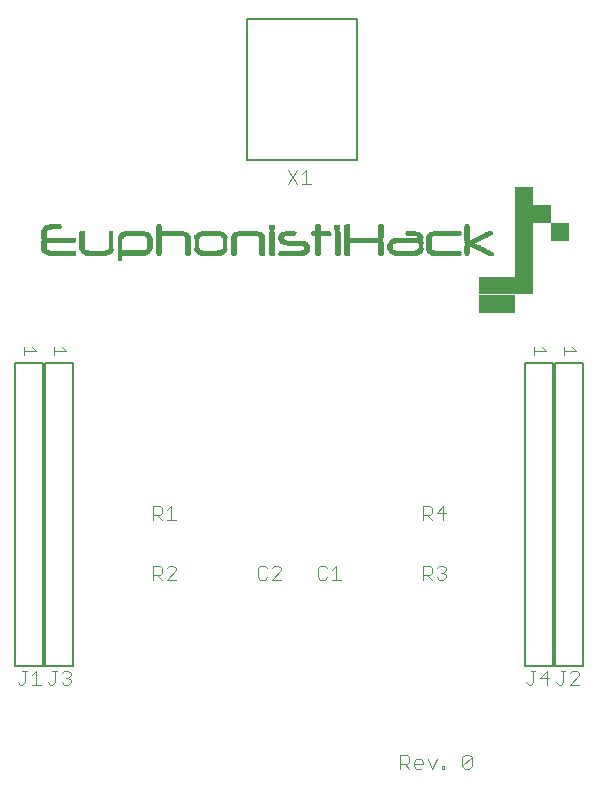
<source format=gto>
G75*
G70*
%OFA0B0*%
%FSLAX24Y24*%
%IPPOS*%
%LPD*%
%AMOC8*
5,1,8,0,0,1.08239X$1,22.5*
%
%ADD10C,0.0040*%
%ADD11R,0.0600X0.0010*%
%ADD12R,0.0580X0.0010*%
%ADD13R,0.0160X0.0010*%
%ADD14R,0.0810X0.0010*%
%ADD15R,0.0450X0.0010*%
%ADD16R,0.0090X0.0010*%
%ADD17R,0.0080X0.0010*%
%ADD18R,0.0510X0.0010*%
%ADD19R,0.0730X0.0010*%
%ADD20R,0.0100X0.0010*%
%ADD21R,0.0630X0.0010*%
%ADD22R,0.0840X0.0010*%
%ADD23R,0.0880X0.0010*%
%ADD24R,0.0850X0.0010*%
%ADD25R,0.0140X0.0010*%
%ADD26R,0.0130X0.0010*%
%ADD27R,0.0830X0.0010*%
%ADD28R,0.0760X0.0010*%
%ADD29R,0.0940X0.0010*%
%ADD30R,0.0150X0.0010*%
%ADD31R,0.0930X0.0010*%
%ADD32R,0.0720X0.0010*%
%ADD33R,0.0920X0.0010*%
%ADD34R,0.0860X0.0010*%
%ADD35R,0.0820X0.0010*%
%ADD36R,0.0990X0.0010*%
%ADD37R,0.0170X0.0010*%
%ADD38R,0.0970X0.0010*%
%ADD39R,0.0800X0.0010*%
%ADD40R,0.0960X0.0010*%
%ADD41R,0.0780X0.0010*%
%ADD42R,0.0900X0.0010*%
%ADD43R,0.1020X0.0010*%
%ADD44R,0.0220X0.0010*%
%ADD45R,0.0180X0.0010*%
%ADD46R,0.1050X0.0010*%
%ADD47R,0.0240X0.0010*%
%ADD48R,0.1040X0.0010*%
%ADD49R,0.0910X0.0010*%
%ADD50R,0.0950X0.0010*%
%ADD51R,0.1080X0.0010*%
%ADD52R,0.0260X0.0010*%
%ADD53R,0.1010X0.0010*%
%ADD54R,0.1090X0.0010*%
%ADD55R,0.0290X0.0010*%
%ADD56R,0.0980X0.0010*%
%ADD57R,0.1100X0.0010*%
%ADD58R,0.0310X0.0010*%
%ADD59R,0.1060X0.0010*%
%ADD60R,0.1070X0.0010*%
%ADD61R,0.1110X0.0010*%
%ADD62R,0.0330X0.0010*%
%ADD63R,0.1030X0.0010*%
%ADD64R,0.0340X0.0010*%
%ADD65R,0.1120X0.0010*%
%ADD66R,0.1130X0.0010*%
%ADD67R,0.0350X0.0010*%
%ADD68R,0.1140X0.0010*%
%ADD69R,0.0300X0.0010*%
%ADD70R,0.0270X0.0010*%
%ADD71R,0.0250X0.0010*%
%ADD72R,0.0200X0.0010*%
%ADD73R,0.0230X0.0010*%
%ADD74R,0.0190X0.0010*%
%ADD75R,0.0480X0.0010*%
%ADD76R,0.0460X0.0010*%
%ADD77R,0.0430X0.0010*%
%ADD78R,0.0410X0.0010*%
%ADD79R,0.0390X0.0010*%
%ADD80R,0.0360X0.0010*%
%ADD81R,0.0280X0.0010*%
%ADD82R,0.0370X0.0010*%
%ADD83R,0.0890X0.0010*%
%ADD84R,0.1300X0.0010*%
%ADD85R,0.1150X0.0010*%
%ADD86R,0.0400X0.0010*%
%ADD87R,0.0870X0.0010*%
%ADD88R,0.0420X0.0010*%
%ADD89R,0.1160X0.0010*%
%ADD90R,0.0470X0.0010*%
%ADD91R,0.0490X0.0010*%
%ADD92R,0.1000X0.0010*%
%ADD93R,0.0210X0.0010*%
%ADD94R,0.0530X0.0010*%
%ADD95R,0.0520X0.0010*%
%ADD96R,0.0550X0.0010*%
%ADD97R,0.0540X0.0010*%
%ADD98R,0.0640X0.0010*%
%ADD99R,0.0560X0.0010*%
%ADD100R,0.0650X0.0010*%
%ADD101R,0.0320X0.0010*%
%ADD102R,0.0660X0.0010*%
%ADD103R,0.0500X0.0010*%
%ADD104R,0.0790X0.0010*%
%ADD105R,0.0740X0.0010*%
%ADD106R,0.0700X0.0010*%
%ADD107R,0.0680X0.0010*%
%ADD108R,0.0620X0.0010*%
%ADD109R,0.0110X0.0010*%
%ADD110R,0.0120X0.0010*%
%ADD111R,0.0030X0.0010*%
%ADD112R,0.0040X0.0010*%
%ADD113R,0.0610X0.0010*%
%ADD114R,0.0570X0.0010*%
%ADD115R,0.0070X0.0010*%
%ADD116C,0.0080*%
%ADD117C,0.0030*%
%ADD118C,0.0050*%
D10*
X000847Y003470D02*
X000923Y003470D01*
X001000Y003547D01*
X001000Y003930D01*
X000923Y003930D02*
X001077Y003930D01*
X001230Y003777D02*
X001384Y003930D01*
X001384Y003470D01*
X001537Y003470D02*
X001230Y003470D01*
X000847Y003470D02*
X000770Y003547D01*
X001770Y003547D02*
X001847Y003470D01*
X001923Y003470D01*
X002000Y003547D01*
X002000Y003930D01*
X001923Y003930D02*
X002077Y003930D01*
X002230Y003854D02*
X002307Y003930D01*
X002461Y003930D01*
X002537Y003854D01*
X002537Y003777D01*
X002461Y003700D01*
X002537Y003623D01*
X002537Y003547D01*
X002461Y003470D01*
X002307Y003470D01*
X002230Y003547D01*
X002384Y003700D02*
X002461Y003700D01*
X005270Y006970D02*
X005270Y007430D01*
X005500Y007430D01*
X005577Y007354D01*
X005577Y007200D01*
X005500Y007123D01*
X005270Y007123D01*
X005423Y007123D02*
X005577Y006970D01*
X005730Y006970D02*
X006037Y007277D01*
X006037Y007354D01*
X005961Y007430D01*
X005807Y007430D01*
X005730Y007354D01*
X005730Y006970D02*
X006037Y006970D01*
X006037Y008970D02*
X005730Y008970D01*
X005577Y008970D02*
X005423Y009123D01*
X005500Y009123D02*
X005577Y009200D01*
X005577Y009354D01*
X005500Y009430D01*
X005270Y009430D01*
X005270Y008970D01*
X005270Y009123D02*
X005500Y009123D01*
X005730Y009277D02*
X005884Y009430D01*
X005884Y008970D01*
X008770Y007354D02*
X008770Y007047D01*
X008847Y006970D01*
X009000Y006970D01*
X009077Y007047D01*
X009230Y006970D02*
X009537Y007277D01*
X009537Y007354D01*
X009461Y007430D01*
X009307Y007430D01*
X009230Y007354D01*
X009077Y007354D02*
X009000Y007430D01*
X008847Y007430D01*
X008770Y007354D01*
X009230Y006970D02*
X009537Y006970D01*
X010770Y007047D02*
X010847Y006970D01*
X011000Y006970D01*
X011077Y007047D01*
X011230Y006970D02*
X011537Y006970D01*
X011384Y006970D02*
X011384Y007430D01*
X011230Y007277D01*
X011077Y007354D02*
X011000Y007430D01*
X010847Y007430D01*
X010770Y007354D01*
X010770Y007047D01*
X014270Y007123D02*
X014500Y007123D01*
X014577Y007200D01*
X014577Y007354D01*
X014500Y007430D01*
X014270Y007430D01*
X014270Y006970D01*
X014423Y007123D02*
X014577Y006970D01*
X014730Y007047D02*
X014807Y006970D01*
X014961Y006970D01*
X015037Y007047D01*
X015037Y007123D01*
X014961Y007200D01*
X014884Y007200D01*
X014961Y007200D02*
X015037Y007277D01*
X015037Y007354D01*
X014961Y007430D01*
X014807Y007430D01*
X014730Y007354D01*
X014577Y008970D02*
X014423Y009123D01*
X014500Y009123D02*
X014270Y009123D01*
X014270Y008970D02*
X014270Y009430D01*
X014500Y009430D01*
X014577Y009354D01*
X014577Y009200D01*
X014500Y009123D01*
X014730Y009200D02*
X015037Y009200D01*
X014961Y008970D02*
X014961Y009430D01*
X014730Y009200D01*
X017873Y003930D02*
X018027Y003930D01*
X017950Y003930D02*
X017950Y003547D01*
X017873Y003470D01*
X017797Y003470D01*
X017720Y003547D01*
X018180Y003700D02*
X018487Y003700D01*
X018411Y003470D02*
X018411Y003930D01*
X018180Y003700D01*
X018720Y003547D02*
X018797Y003470D01*
X018873Y003470D01*
X018950Y003547D01*
X018950Y003930D01*
X018873Y003930D02*
X019027Y003930D01*
X019180Y003854D02*
X019257Y003930D01*
X019411Y003930D01*
X019487Y003854D01*
X019487Y003777D01*
X019180Y003470D01*
X019487Y003470D01*
X015899Y001054D02*
X015899Y000747D01*
X015822Y000670D01*
X015668Y000670D01*
X015592Y000747D01*
X015899Y001054D01*
X015822Y001130D01*
X015668Y001130D01*
X015592Y001054D01*
X015592Y000747D01*
X014978Y000747D02*
X014978Y000670D01*
X014901Y000670D01*
X014901Y000747D01*
X014978Y000747D01*
X014748Y000977D02*
X014594Y000670D01*
X014441Y000977D01*
X014287Y000900D02*
X014287Y000823D01*
X013980Y000823D01*
X013980Y000747D02*
X013980Y000900D01*
X014057Y000977D01*
X014211Y000977D01*
X014287Y000900D01*
X014211Y000670D02*
X014057Y000670D01*
X013980Y000747D01*
X013827Y000670D02*
X013673Y000823D01*
X013750Y000823D02*
X013520Y000823D01*
X013520Y000670D02*
X013520Y001130D01*
X013750Y001130D01*
X013827Y001054D01*
X013827Y000900D01*
X013750Y000823D01*
X010537Y020170D02*
X010230Y020170D01*
X010077Y020170D02*
X009770Y020630D01*
X010077Y020630D02*
X009770Y020170D01*
X010230Y020477D02*
X010384Y020630D01*
X010384Y020170D01*
D11*
X016435Y017030D03*
X016435Y017020D03*
X016435Y017010D03*
X016435Y017000D03*
X016435Y016990D03*
X016435Y016980D03*
X016435Y016970D03*
X016435Y016960D03*
X016435Y016950D03*
X016435Y016940D03*
X016435Y016930D03*
X016435Y016920D03*
X016435Y016910D03*
X016435Y016900D03*
X016435Y016890D03*
X016435Y016880D03*
X016435Y016870D03*
X016435Y016860D03*
X016435Y016850D03*
X016435Y016840D03*
X016435Y016830D03*
X016435Y016820D03*
X016435Y016810D03*
X016435Y016800D03*
X016435Y016790D03*
X016435Y016780D03*
X016435Y016770D03*
X016435Y016760D03*
X016435Y016750D03*
X016435Y016740D03*
X016435Y016730D03*
X016435Y016720D03*
X016435Y016710D03*
X016435Y016700D03*
X016435Y016690D03*
X016435Y016680D03*
X016435Y016670D03*
X016435Y016660D03*
X016435Y016650D03*
X016435Y016640D03*
X016435Y016630D03*
X016435Y016620D03*
X016435Y016610D03*
X016435Y016600D03*
X016435Y016590D03*
X016435Y016580D03*
X016435Y016570D03*
X016435Y016560D03*
X016435Y016550D03*
X016435Y016540D03*
X016435Y016530D03*
X016435Y016520D03*
X016435Y016510D03*
X016435Y016500D03*
X016435Y016490D03*
X016435Y016480D03*
X016435Y016440D03*
X016435Y016430D03*
X016435Y016420D03*
X016435Y016410D03*
X016435Y016400D03*
X016435Y016390D03*
X016435Y016380D03*
X016435Y016370D03*
X016435Y016360D03*
X016435Y016350D03*
X016435Y016340D03*
X016435Y016330D03*
X016435Y016320D03*
X016435Y016310D03*
X016435Y016300D03*
X016435Y016290D03*
X016435Y016280D03*
X016435Y016270D03*
X016435Y016260D03*
X016435Y016250D03*
X016435Y016240D03*
X016435Y016230D03*
X016435Y016220D03*
X016435Y016210D03*
X016435Y016200D03*
X016435Y016190D03*
X016435Y016180D03*
X016435Y016170D03*
X016435Y016160D03*
X016435Y016150D03*
X016435Y016140D03*
X016435Y016130D03*
X016435Y016120D03*
X016435Y016110D03*
X016435Y016100D03*
X016435Y016090D03*
X016435Y016080D03*
X016435Y016070D03*
X016435Y016060D03*
X016435Y016050D03*
X016435Y016040D03*
X016435Y016030D03*
X016435Y016020D03*
X016435Y016010D03*
X016435Y016000D03*
X016435Y015990D03*
X016435Y015980D03*
X016435Y015970D03*
X016435Y015960D03*
X016435Y015950D03*
X016435Y015940D03*
X016435Y015930D03*
X016435Y015920D03*
X016435Y015910D03*
X016435Y015900D03*
X016435Y015890D03*
X016435Y015880D03*
X016435Y015870D03*
D12*
X017045Y015870D03*
X017045Y015880D03*
X017045Y015890D03*
X017045Y015900D03*
X017045Y015910D03*
X017045Y015920D03*
X017045Y015930D03*
X017045Y015940D03*
X017045Y015950D03*
X017045Y015960D03*
X017045Y015970D03*
X017045Y015980D03*
X017045Y015990D03*
X017045Y016000D03*
X017045Y016010D03*
X017045Y016020D03*
X017045Y016030D03*
X017045Y016040D03*
X017045Y016050D03*
X017045Y016060D03*
X017045Y016070D03*
X017045Y016080D03*
X017045Y016090D03*
X017045Y016100D03*
X017045Y016110D03*
X017045Y016120D03*
X017045Y016130D03*
X017045Y016140D03*
X017045Y016150D03*
X017045Y016160D03*
X017045Y016170D03*
X017045Y016180D03*
X017045Y016190D03*
X017045Y016200D03*
X017045Y016210D03*
X017045Y016220D03*
X017045Y016230D03*
X017045Y016240D03*
X017045Y016250D03*
X017045Y016260D03*
X017045Y016270D03*
X017045Y016280D03*
X017045Y016290D03*
X017045Y016300D03*
X017045Y016310D03*
X017045Y016320D03*
X017045Y016330D03*
X017045Y016340D03*
X017045Y016350D03*
X017045Y016360D03*
X017045Y016370D03*
X017045Y016380D03*
X017045Y016390D03*
X017045Y016400D03*
X017045Y016410D03*
X017045Y016420D03*
X017045Y016430D03*
X017045Y016440D03*
X017045Y016480D03*
X017045Y016490D03*
X017045Y016500D03*
X017045Y016510D03*
X017045Y016520D03*
X017045Y016530D03*
X017045Y016540D03*
X017045Y016550D03*
X017045Y016560D03*
X017045Y016570D03*
X017045Y016580D03*
X017045Y016590D03*
X017045Y016600D03*
X017045Y016610D03*
X017045Y016620D03*
X017045Y016630D03*
X017045Y016640D03*
X017045Y016650D03*
X017045Y016660D03*
X017045Y016670D03*
X017045Y016680D03*
X017045Y016690D03*
X017045Y016700D03*
X017045Y016710D03*
X017045Y016720D03*
X017045Y016730D03*
X017045Y016740D03*
X017045Y016750D03*
X017045Y016760D03*
X017045Y016770D03*
X017045Y016780D03*
X017045Y016790D03*
X017045Y016800D03*
X017045Y016810D03*
X017045Y016820D03*
X017045Y016830D03*
X017045Y016840D03*
X017045Y016850D03*
X017045Y016860D03*
X017045Y016870D03*
X017045Y016880D03*
X017045Y016890D03*
X017045Y016900D03*
X017045Y016910D03*
X017045Y016920D03*
X017045Y016930D03*
X017045Y016940D03*
X017045Y016950D03*
X017045Y016960D03*
X017045Y016970D03*
X017045Y016980D03*
X017045Y016990D03*
X017045Y017000D03*
X017045Y017010D03*
X017045Y017020D03*
X017045Y017030D03*
X017645Y017030D03*
X017645Y017020D03*
X017645Y017010D03*
X017645Y017000D03*
X017645Y016990D03*
X017645Y016980D03*
X017645Y016970D03*
X017645Y016960D03*
X017645Y016950D03*
X017645Y016940D03*
X017645Y016930D03*
X017645Y016920D03*
X017645Y016910D03*
X017645Y016900D03*
X017645Y016890D03*
X017645Y016880D03*
X017645Y016870D03*
X017645Y016860D03*
X017645Y016850D03*
X017645Y016840D03*
X017645Y016830D03*
X017645Y016820D03*
X017645Y016810D03*
X017645Y016800D03*
X017645Y016790D03*
X017645Y016780D03*
X017645Y016770D03*
X017645Y016760D03*
X017645Y016750D03*
X017645Y016740D03*
X017645Y016730D03*
X017645Y016720D03*
X017645Y016710D03*
X017645Y016700D03*
X017645Y016690D03*
X017645Y016680D03*
X017645Y016670D03*
X017645Y016660D03*
X017645Y016650D03*
X017645Y016640D03*
X017645Y016630D03*
X017645Y016620D03*
X017645Y016610D03*
X017645Y016600D03*
X017645Y016590D03*
X017645Y016580D03*
X017645Y016570D03*
X017645Y016560D03*
X017645Y016550D03*
X017645Y016540D03*
X017645Y016530D03*
X017645Y016520D03*
X017645Y016510D03*
X017645Y016500D03*
X017645Y016490D03*
X017645Y016480D03*
X017645Y017070D03*
X017645Y017080D03*
X017645Y017090D03*
X017645Y017100D03*
X017645Y017110D03*
X017645Y017120D03*
X017645Y017130D03*
X017645Y017140D03*
X017645Y017150D03*
X017645Y017160D03*
X017645Y017170D03*
X017645Y017180D03*
X017645Y017190D03*
X017645Y017200D03*
X017645Y017210D03*
X017645Y017220D03*
X017645Y017230D03*
X017645Y017240D03*
X017645Y017250D03*
X017645Y017260D03*
X017645Y017270D03*
X017645Y017280D03*
X017645Y017290D03*
X017645Y017300D03*
X017645Y017310D03*
X017645Y017320D03*
X017645Y017330D03*
X017645Y017340D03*
X017645Y017350D03*
X017645Y017360D03*
X017645Y017370D03*
X017645Y017380D03*
X017645Y017390D03*
X017645Y017400D03*
X017645Y017410D03*
X017645Y017420D03*
X017645Y017430D03*
X017645Y017440D03*
X017645Y017450D03*
X017645Y017460D03*
X017645Y017470D03*
X017645Y017480D03*
X017645Y017490D03*
X017645Y017500D03*
X017645Y017510D03*
X017645Y017520D03*
X017645Y017530D03*
X017645Y017540D03*
X017645Y017550D03*
X017645Y017560D03*
X017645Y017570D03*
X017645Y017580D03*
X017645Y017590D03*
X017645Y017600D03*
X017645Y017610D03*
X017645Y017620D03*
X017645Y017630D03*
X017645Y017670D03*
X017645Y017680D03*
X017645Y017690D03*
X017645Y017700D03*
X017645Y017710D03*
X017645Y017720D03*
X017645Y017730D03*
X017645Y017740D03*
X017645Y017750D03*
X017645Y017760D03*
X017645Y017770D03*
X017645Y017780D03*
X017645Y017790D03*
X017645Y017800D03*
X017645Y017810D03*
X017645Y017820D03*
X017645Y017830D03*
X017645Y017840D03*
X017645Y017850D03*
X017645Y017860D03*
X017645Y017870D03*
X017645Y017880D03*
X017645Y017890D03*
X017645Y017900D03*
X017645Y017910D03*
X017645Y017920D03*
X017645Y017930D03*
X017645Y017940D03*
X017645Y017950D03*
X017645Y017960D03*
X017645Y017970D03*
X017645Y017980D03*
X017645Y017990D03*
X017645Y018000D03*
X017645Y018010D03*
X017645Y018020D03*
X017645Y018030D03*
X017645Y018040D03*
X017645Y018050D03*
X017645Y018060D03*
X017645Y018070D03*
X017645Y018080D03*
X017645Y018090D03*
X017645Y018100D03*
X017645Y018110D03*
X017645Y018120D03*
X017645Y018130D03*
X017645Y018140D03*
X017645Y018150D03*
X017645Y018160D03*
X017645Y018170D03*
X017645Y018180D03*
X017645Y018190D03*
X017645Y018200D03*
X017645Y018210D03*
X017645Y018220D03*
X017645Y018230D03*
X017645Y018270D03*
X017645Y018280D03*
X017645Y018290D03*
X017645Y018300D03*
X017645Y018310D03*
X017645Y018320D03*
X017645Y018330D03*
X017645Y018340D03*
X017645Y018350D03*
X017645Y018360D03*
X017645Y018370D03*
X017645Y018380D03*
X017645Y018390D03*
X017645Y018400D03*
X017645Y018410D03*
X017645Y018420D03*
X017645Y018430D03*
X017645Y018440D03*
X017645Y018450D03*
X017645Y018460D03*
X017645Y018470D03*
X017645Y018480D03*
X017645Y018490D03*
X017645Y018500D03*
X017645Y018510D03*
X017645Y018520D03*
X017645Y018530D03*
X017645Y018540D03*
X017645Y018550D03*
X017645Y018560D03*
X017645Y018570D03*
X017645Y018580D03*
X017645Y018590D03*
X017645Y018600D03*
X017645Y018610D03*
X017645Y018620D03*
X017645Y018630D03*
X017645Y018640D03*
X017645Y018650D03*
X017645Y018660D03*
X017645Y018670D03*
X017645Y018680D03*
X017645Y018690D03*
X017645Y018700D03*
X017645Y018710D03*
X017645Y018720D03*
X017645Y018730D03*
X017645Y018740D03*
X017645Y018750D03*
X017645Y018760D03*
X017645Y018770D03*
X017645Y018780D03*
X017645Y018790D03*
X017645Y018800D03*
X017645Y018810D03*
X017645Y018820D03*
X017645Y018830D03*
X017645Y018870D03*
X017645Y018880D03*
X017645Y018890D03*
X017645Y018900D03*
X017645Y018910D03*
X017645Y018920D03*
X017645Y018930D03*
X017645Y018940D03*
X017645Y018950D03*
X017645Y018960D03*
X017645Y018970D03*
X017645Y018980D03*
X017645Y018990D03*
X017645Y019000D03*
X017645Y019010D03*
X017645Y019020D03*
X017645Y019030D03*
X017645Y019040D03*
X017645Y019050D03*
X017645Y019060D03*
X017645Y019070D03*
X017645Y019080D03*
X017645Y019090D03*
X017645Y019100D03*
X017645Y019110D03*
X017645Y019120D03*
X017645Y019130D03*
X017645Y019140D03*
X017645Y019150D03*
X017645Y019160D03*
X017645Y019170D03*
X017645Y019180D03*
X017645Y019190D03*
X017645Y019200D03*
X017645Y019210D03*
X017645Y019220D03*
X017645Y019230D03*
X017645Y019240D03*
X017645Y019250D03*
X017645Y019260D03*
X017645Y019270D03*
X017645Y019280D03*
X017645Y019290D03*
X017645Y019300D03*
X017645Y019310D03*
X017645Y019320D03*
X017645Y019330D03*
X017645Y019340D03*
X017645Y019350D03*
X017645Y019360D03*
X017645Y019370D03*
X017645Y019380D03*
X017645Y019390D03*
X017645Y019400D03*
X017645Y019410D03*
X017645Y019420D03*
X017645Y019450D03*
X017645Y019460D03*
X017645Y019470D03*
X017645Y019480D03*
X017645Y019490D03*
X017645Y019500D03*
X017645Y019510D03*
X017645Y019520D03*
X017645Y019530D03*
X017645Y019540D03*
X017645Y019550D03*
X017645Y019560D03*
X017645Y019570D03*
X017645Y019580D03*
X017645Y019590D03*
X017645Y019600D03*
X017645Y019610D03*
X017645Y019620D03*
X017645Y019630D03*
X017645Y019640D03*
X017645Y019650D03*
X017645Y019660D03*
X017645Y019670D03*
X017645Y019680D03*
X017645Y019690D03*
X017645Y019700D03*
X017645Y019710D03*
X017645Y019720D03*
X017645Y019730D03*
X017645Y019740D03*
X017645Y019750D03*
X017645Y019760D03*
X017645Y019770D03*
X017645Y019780D03*
X017645Y019790D03*
X017645Y019800D03*
X017645Y019810D03*
X017645Y019820D03*
X017645Y019830D03*
X017645Y019840D03*
X017645Y019850D03*
X017645Y019860D03*
X017645Y019870D03*
X017645Y019880D03*
X017645Y019890D03*
X017645Y019900D03*
X017645Y019910D03*
X017645Y019920D03*
X017645Y019930D03*
X017645Y019940D03*
X017645Y019950D03*
X017645Y019960D03*
X017645Y019970D03*
X017645Y019980D03*
X017645Y019990D03*
X017645Y020000D03*
X017645Y020010D03*
X017645Y020020D03*
X018245Y019420D03*
X018245Y019410D03*
X018245Y019400D03*
X018245Y019390D03*
X018245Y019380D03*
X018245Y019370D03*
X018245Y019360D03*
X018245Y019350D03*
X018245Y019340D03*
X018245Y019330D03*
X018245Y019320D03*
X018245Y019310D03*
X018245Y019300D03*
X018245Y019290D03*
X018245Y019280D03*
X018245Y019270D03*
X018245Y019260D03*
X018245Y019250D03*
X018245Y019240D03*
X018245Y019230D03*
X018245Y019220D03*
X018245Y019210D03*
X018245Y019200D03*
X018245Y019190D03*
X018245Y019180D03*
X018245Y019170D03*
X018245Y019160D03*
X018245Y019150D03*
X018245Y019140D03*
X018245Y019130D03*
X018245Y019120D03*
X018245Y019110D03*
X018245Y019100D03*
X018245Y019090D03*
X018245Y019080D03*
X018245Y019070D03*
X018245Y019060D03*
X018245Y019050D03*
X018245Y019040D03*
X018245Y019030D03*
X018245Y019020D03*
X018245Y019010D03*
X018245Y019000D03*
X018245Y018990D03*
X018245Y018980D03*
X018245Y018970D03*
X018245Y018960D03*
X018245Y018950D03*
X018245Y018940D03*
X018245Y018930D03*
X018245Y018920D03*
X018245Y018910D03*
X018245Y018900D03*
X018245Y018890D03*
X018245Y018880D03*
X018245Y018870D03*
X018835Y018830D03*
X018835Y018820D03*
X018835Y018810D03*
X018835Y018800D03*
X018835Y018790D03*
X018835Y018780D03*
X018835Y018770D03*
X018835Y018760D03*
X018835Y018750D03*
X018835Y018740D03*
X018835Y018730D03*
X018835Y018720D03*
X018835Y018710D03*
X018835Y018700D03*
X018835Y018690D03*
X018835Y018680D03*
X018835Y018670D03*
X018835Y018660D03*
X018835Y018650D03*
X018835Y018640D03*
X018835Y018630D03*
X018835Y018620D03*
X018835Y018610D03*
X018835Y018600D03*
X018835Y018590D03*
X018835Y018580D03*
X018835Y018570D03*
X018835Y018560D03*
X018835Y018550D03*
X018835Y018540D03*
X018835Y018530D03*
X018835Y018520D03*
X018835Y018510D03*
X018835Y018500D03*
X018835Y018490D03*
X018835Y018480D03*
X018835Y018470D03*
X018835Y018460D03*
X018835Y018450D03*
X018835Y018440D03*
X018835Y018430D03*
X018835Y018420D03*
X018835Y018410D03*
X018835Y018400D03*
X018835Y018390D03*
X018835Y018380D03*
X018835Y018370D03*
X018835Y018360D03*
X018835Y018350D03*
X018835Y018340D03*
X018835Y018330D03*
X018835Y018320D03*
X018835Y018310D03*
X018835Y018300D03*
X018835Y018290D03*
X018835Y018280D03*
X018835Y018270D03*
X010895Y018420D03*
X010895Y018570D03*
X001945Y018710D03*
D13*
X003895Y018530D03*
X003895Y018520D03*
X003895Y018510D03*
X003895Y018500D03*
X003895Y018490D03*
X003895Y018480D03*
X003895Y018470D03*
X003895Y018460D03*
X003895Y018450D03*
X003895Y018440D03*
X003895Y018430D03*
X003895Y018420D03*
X003895Y018410D03*
X003895Y018400D03*
X003895Y018390D03*
X003895Y018380D03*
X003895Y018370D03*
X003895Y018360D03*
X003895Y018350D03*
X003895Y018340D03*
X003895Y018330D03*
X003895Y018320D03*
X003895Y018310D03*
X003895Y018300D03*
X003895Y018290D03*
X003895Y018280D03*
X003895Y018270D03*
X003895Y018260D03*
X003895Y018250D03*
X003895Y018240D03*
X003895Y018230D03*
X003895Y018220D03*
X003895Y018210D03*
X003895Y018200D03*
X003895Y018190D03*
X003895Y018180D03*
X003895Y018170D03*
X003895Y018160D03*
X003895Y018150D03*
X003895Y018140D03*
X003895Y018130D03*
X003895Y018120D03*
X003895Y018110D03*
X003895Y018100D03*
X003895Y018090D03*
X003895Y018080D03*
X003895Y018070D03*
X003895Y018060D03*
X003895Y018050D03*
X003895Y018040D03*
X003895Y018030D03*
X003895Y018020D03*
X003895Y018010D03*
X003895Y018000D03*
X003895Y017990D03*
X003895Y017980D03*
X004195Y017980D03*
X004195Y017990D03*
X004195Y018000D03*
X004195Y018010D03*
X004195Y018020D03*
X004195Y018030D03*
X004195Y018040D03*
X004195Y018050D03*
X004195Y018060D03*
X004195Y018070D03*
X004195Y018080D03*
X004195Y018090D03*
X004195Y018100D03*
X004195Y018110D03*
X004195Y018120D03*
X004195Y018130D03*
X004195Y018140D03*
X004195Y018150D03*
X004195Y018160D03*
X004195Y018170D03*
X004195Y018180D03*
X004195Y018190D03*
X004195Y018200D03*
X004195Y018210D03*
X004195Y018220D03*
X004195Y018230D03*
X004195Y018240D03*
X004195Y018250D03*
X004195Y018260D03*
X004195Y018270D03*
X004195Y018280D03*
X004195Y018290D03*
X004195Y018300D03*
X004195Y018310D03*
X004195Y018320D03*
X004195Y018330D03*
X004195Y017970D03*
X004195Y017960D03*
X004195Y017950D03*
X004195Y017940D03*
X004195Y017930D03*
X004195Y017920D03*
X004195Y017750D03*
X004195Y017740D03*
X004195Y017730D03*
X004195Y017720D03*
X004195Y017710D03*
X004195Y017700D03*
X004195Y017690D03*
X004195Y017680D03*
X004195Y017670D03*
X004195Y017660D03*
X004195Y017650D03*
X004195Y017640D03*
X004195Y017630D03*
X004195Y017620D03*
X004195Y017610D03*
X004195Y017600D03*
X004195Y017590D03*
X004195Y017580D03*
X005155Y017980D03*
X005155Y018350D03*
X005155Y018360D03*
X005485Y018750D03*
X005485Y018760D03*
X005485Y018770D03*
X005485Y017800D03*
X005485Y017790D03*
X005485Y017780D03*
X005485Y017770D03*
X006445Y017770D03*
X006445Y017780D03*
X006445Y017790D03*
X006735Y018000D03*
X006735Y018010D03*
X006735Y018020D03*
X006735Y018030D03*
X006735Y018040D03*
X006735Y018050D03*
X006735Y018060D03*
X006735Y018070D03*
X006735Y018080D03*
X006735Y018090D03*
X006735Y018100D03*
X006735Y018110D03*
X006735Y018120D03*
X006735Y018130D03*
X006735Y018140D03*
X006735Y018150D03*
X006735Y018160D03*
X006735Y018170D03*
X006735Y018180D03*
X006735Y018190D03*
X006735Y018200D03*
X006735Y018210D03*
X006735Y018220D03*
X006735Y018230D03*
X006735Y018240D03*
X006735Y018250D03*
X006735Y018260D03*
X006735Y018270D03*
X006735Y018280D03*
X006735Y018290D03*
X006735Y018300D03*
X007675Y018300D03*
X007675Y018310D03*
X007675Y018320D03*
X007675Y018330D03*
X007675Y018340D03*
X007675Y018350D03*
X007675Y018290D03*
X007675Y018280D03*
X007675Y018270D03*
X007675Y018260D03*
X007675Y018250D03*
X007675Y018240D03*
X007675Y018230D03*
X007675Y018220D03*
X007675Y018210D03*
X007675Y018200D03*
X007675Y018190D03*
X007675Y018180D03*
X007675Y018170D03*
X007675Y018160D03*
X007675Y018150D03*
X007675Y018140D03*
X007675Y018130D03*
X007675Y018120D03*
X007675Y018110D03*
X007675Y018100D03*
X007675Y018090D03*
X007675Y018080D03*
X007675Y018070D03*
X007675Y018060D03*
X007675Y018050D03*
X007675Y018040D03*
X007675Y018030D03*
X007675Y018020D03*
X007675Y018010D03*
X007675Y018000D03*
X007675Y017990D03*
X007675Y017980D03*
X009265Y017790D03*
X009265Y018540D03*
X009255Y018610D03*
X009255Y018620D03*
X010785Y018760D03*
X011425Y018620D03*
X011425Y018610D03*
X011435Y018540D03*
X011765Y018760D03*
X011765Y017790D03*
X011435Y017790D03*
X010785Y017790D03*
X010785Y017780D03*
X010785Y017770D03*
X012875Y017770D03*
X012875Y017780D03*
X012875Y017790D03*
X012875Y018760D03*
X012875Y018770D03*
X014205Y018140D03*
X014205Y018130D03*
X014205Y018120D03*
X014205Y018110D03*
X014205Y018100D03*
X014205Y018090D03*
X014205Y018080D03*
X014205Y018070D03*
X014205Y018060D03*
X014205Y018050D03*
X014205Y018040D03*
X014205Y018030D03*
X014205Y018020D03*
X014205Y018010D03*
X015755Y017800D03*
X015755Y017790D03*
X015755Y017780D03*
X015755Y017770D03*
X015755Y018750D03*
X015755Y018760D03*
X015755Y018770D03*
D14*
X010080Y018110D03*
X002280Y017750D03*
D15*
X003380Y017750D03*
X013930Y018520D03*
X015900Y018220D03*
D16*
X016540Y017750D03*
X011770Y017750D03*
X011770Y018790D03*
X011770Y018800D03*
X008930Y017750D03*
X005490Y017750D03*
X005490Y018790D03*
X005490Y018800D03*
D17*
X006445Y017750D03*
X007995Y017750D03*
X009265Y017750D03*
X010775Y018790D03*
X010775Y018800D03*
X011435Y017750D03*
X012885Y017750D03*
X012885Y018790D03*
X012885Y018800D03*
X015755Y018800D03*
X015755Y018790D03*
X015755Y017750D03*
D18*
X015930Y018070D03*
X015930Y018080D03*
X013960Y018480D03*
X009800Y018510D03*
X007220Y018570D03*
X007220Y017750D03*
D19*
X009880Y017750D03*
X010120Y018100D03*
D20*
X010795Y017750D03*
D21*
X010900Y018430D03*
X010900Y018440D03*
X013710Y017750D03*
X007220Y017760D03*
X003390Y017760D03*
D22*
X007215Y018520D03*
X008455Y018530D03*
X009905Y018230D03*
X015105Y017750D03*
D23*
X010015Y018150D03*
X008455Y018520D03*
X007215Y017810D03*
X002255Y017760D03*
D24*
X003400Y017800D03*
X004540Y017760D03*
X004670Y018530D03*
X007210Y017800D03*
X010060Y018120D03*
D25*
X009265Y017760D03*
X008925Y017770D03*
X008925Y017780D03*
X007985Y017780D03*
X007985Y017770D03*
X006445Y017760D03*
X005485Y017760D03*
X005485Y018780D03*
X003895Y018560D03*
X003895Y018550D03*
X002925Y018550D03*
X002925Y018560D03*
X011435Y017760D03*
X011765Y018780D03*
X012875Y018780D03*
X012875Y017760D03*
X015755Y017760D03*
X015755Y018780D03*
D26*
X016520Y018560D03*
X016520Y018550D03*
X011770Y017760D03*
X010790Y017760D03*
X011420Y018760D03*
X009250Y018760D03*
X008930Y017760D03*
X007990Y017760D03*
D27*
X009900Y017760D03*
X005810Y018570D03*
D28*
X008455Y018540D03*
X013715Y017760D03*
D29*
X013715Y017800D03*
X015075Y017760D03*
X015075Y018550D03*
X015075Y018560D03*
X008455Y018510D03*
X004675Y018510D03*
D30*
X003890Y018540D03*
X002930Y018540D03*
X009260Y018550D03*
X009260Y018560D03*
X009260Y017780D03*
X009260Y017770D03*
X010780Y018770D03*
X011430Y018560D03*
X011430Y018550D03*
X011760Y018770D03*
X011760Y017780D03*
X011760Y017770D03*
X011430Y017770D03*
X011430Y017780D03*
X016540Y017760D03*
D31*
X002240Y017770D03*
X002240Y017780D03*
D32*
X003395Y017780D03*
X003395Y017770D03*
X007215Y017770D03*
X007215Y017780D03*
D33*
X007215Y017820D03*
X004575Y017780D03*
X004575Y017770D03*
X009935Y017800D03*
D34*
X009915Y017780D03*
X009915Y017770D03*
X010035Y018130D03*
X010035Y018140D03*
X015095Y018570D03*
D35*
X013715Y017780D03*
X013715Y017770D03*
D36*
X013710Y017810D03*
X015060Y017780D03*
X015060Y017770D03*
X015060Y018540D03*
X009990Y017880D03*
X007220Y018470D03*
X004610Y017800D03*
D37*
X005480Y017810D03*
X005480Y017820D03*
X005480Y017830D03*
X005480Y017840D03*
X005480Y017850D03*
X005480Y017860D03*
X005480Y017870D03*
X005480Y017880D03*
X005480Y017890D03*
X005480Y017900D03*
X005480Y017910D03*
X005480Y017920D03*
X005480Y017930D03*
X005480Y017940D03*
X005480Y017950D03*
X005480Y017960D03*
X005480Y017970D03*
X005480Y017980D03*
X005480Y017990D03*
X005480Y018000D03*
X005480Y018010D03*
X005480Y018020D03*
X005480Y018030D03*
X005480Y018040D03*
X005480Y018050D03*
X005480Y018060D03*
X005480Y018070D03*
X005480Y018080D03*
X005480Y018090D03*
X005480Y018100D03*
X005480Y018110D03*
X005480Y018120D03*
X005480Y018130D03*
X005480Y018140D03*
X005480Y018150D03*
X005480Y018160D03*
X005480Y018170D03*
X005480Y018180D03*
X005480Y018190D03*
X005480Y018200D03*
X005480Y018210D03*
X005480Y018220D03*
X005480Y018230D03*
X005480Y018240D03*
X005480Y018250D03*
X005480Y018260D03*
X005480Y018270D03*
X005480Y018280D03*
X005480Y018290D03*
X005480Y018300D03*
X005480Y018310D03*
X005480Y018320D03*
X005480Y018330D03*
X005480Y018340D03*
X005480Y018350D03*
X005480Y018360D03*
X005480Y018370D03*
X005480Y018380D03*
X005480Y018390D03*
X005480Y018400D03*
X005480Y018410D03*
X005480Y018580D03*
X005480Y018590D03*
X005480Y018600D03*
X005480Y018610D03*
X005480Y018620D03*
X005480Y018630D03*
X005480Y018640D03*
X005480Y018650D03*
X005480Y018660D03*
X005480Y018670D03*
X005480Y018680D03*
X005480Y018690D03*
X005480Y018700D03*
X005480Y018710D03*
X005480Y018720D03*
X005480Y018730D03*
X005480Y018740D03*
X006440Y018350D03*
X006450Y018330D03*
X006450Y018320D03*
X006450Y018310D03*
X006450Y018300D03*
X006450Y018290D03*
X006450Y018280D03*
X006450Y018270D03*
X006450Y018260D03*
X006450Y018250D03*
X006450Y018240D03*
X006450Y018230D03*
X006450Y018220D03*
X006450Y018210D03*
X006450Y018200D03*
X006450Y018190D03*
X006450Y018180D03*
X006450Y018170D03*
X006450Y018160D03*
X006450Y018150D03*
X006450Y018140D03*
X006450Y018130D03*
X006450Y018120D03*
X006450Y018110D03*
X006450Y018100D03*
X006450Y018090D03*
X006450Y018080D03*
X006450Y018070D03*
X006450Y018060D03*
X006450Y018050D03*
X006450Y018040D03*
X006450Y018030D03*
X006450Y018020D03*
X006450Y018010D03*
X006450Y018000D03*
X006450Y017990D03*
X006450Y017980D03*
X006450Y017970D03*
X006450Y017960D03*
X006450Y017950D03*
X006450Y017940D03*
X006450Y017930D03*
X006450Y017920D03*
X006450Y017910D03*
X006450Y017900D03*
X006450Y017890D03*
X006450Y017880D03*
X006450Y017870D03*
X006450Y017860D03*
X006450Y017850D03*
X006450Y017840D03*
X006450Y017830D03*
X006450Y017820D03*
X006450Y017810D03*
X006450Y017800D03*
X006740Y017970D03*
X006740Y017980D03*
X006740Y017990D03*
X006740Y018310D03*
X006740Y018320D03*
X006740Y018330D03*
X006740Y018340D03*
X007990Y018340D03*
X007990Y018330D03*
X007990Y018320D03*
X007990Y018310D03*
X007990Y018300D03*
X007990Y018290D03*
X007990Y018280D03*
X007990Y018270D03*
X007990Y018260D03*
X007990Y018250D03*
X007990Y018240D03*
X007990Y018230D03*
X007990Y018220D03*
X007990Y018210D03*
X007990Y018200D03*
X007990Y018190D03*
X007990Y018180D03*
X007990Y018170D03*
X007990Y018160D03*
X007990Y018150D03*
X007990Y018140D03*
X007990Y018130D03*
X007990Y018120D03*
X007990Y018110D03*
X007990Y018100D03*
X007990Y018090D03*
X007990Y018080D03*
X007990Y018070D03*
X007990Y018060D03*
X007990Y018050D03*
X007990Y018040D03*
X007990Y018030D03*
X007990Y018020D03*
X007990Y018010D03*
X007990Y018000D03*
X007990Y017990D03*
X007990Y017980D03*
X007990Y017970D03*
X007990Y017960D03*
X007990Y017950D03*
X007990Y017940D03*
X007990Y017930D03*
X007990Y017920D03*
X007990Y017910D03*
X007990Y017900D03*
X007990Y017890D03*
X007990Y017880D03*
X007990Y017870D03*
X007990Y017860D03*
X007990Y017850D03*
X007990Y017840D03*
X007990Y017830D03*
X007990Y017820D03*
X007990Y017810D03*
X007990Y017800D03*
X007990Y017790D03*
X007990Y018350D03*
X007990Y018360D03*
X008920Y018360D03*
X008920Y018350D03*
X008920Y018340D03*
X008920Y018330D03*
X008920Y018320D03*
X008920Y018310D03*
X008920Y018300D03*
X008920Y018290D03*
X008920Y018280D03*
X008920Y018270D03*
X008920Y018260D03*
X008920Y018250D03*
X008920Y018240D03*
X008920Y018230D03*
X008920Y018220D03*
X008920Y018210D03*
X008920Y018200D03*
X008920Y018190D03*
X008920Y018180D03*
X008920Y018170D03*
X008920Y018160D03*
X008920Y018150D03*
X008920Y018140D03*
X008920Y018130D03*
X008920Y018120D03*
X008920Y018110D03*
X008920Y018100D03*
X008920Y018090D03*
X008920Y018080D03*
X008920Y018070D03*
X008920Y018060D03*
X008920Y018050D03*
X008920Y018040D03*
X008920Y018030D03*
X008920Y018020D03*
X008920Y018010D03*
X008920Y018000D03*
X008920Y017990D03*
X008920Y017980D03*
X008920Y017970D03*
X008920Y017960D03*
X008920Y017950D03*
X008920Y017940D03*
X008920Y017930D03*
X008920Y017920D03*
X008920Y017910D03*
X008920Y017900D03*
X008920Y017890D03*
X008920Y017880D03*
X008920Y017870D03*
X008920Y017860D03*
X008920Y017850D03*
X008920Y017840D03*
X008920Y017830D03*
X008920Y017820D03*
X008920Y017810D03*
X008920Y017800D03*
X008920Y017790D03*
X009260Y017800D03*
X009260Y017810D03*
X009260Y017820D03*
X009260Y017830D03*
X009260Y017840D03*
X009260Y017850D03*
X009260Y017860D03*
X009260Y017870D03*
X009260Y017880D03*
X009260Y017890D03*
X009260Y017900D03*
X009260Y017910D03*
X009260Y017920D03*
X009260Y017930D03*
X009260Y017940D03*
X009260Y017950D03*
X009260Y017960D03*
X009260Y017970D03*
X009260Y017980D03*
X009260Y017990D03*
X009260Y018000D03*
X009260Y018010D03*
X009260Y018020D03*
X009260Y018030D03*
X009260Y018040D03*
X009260Y018050D03*
X009260Y018060D03*
X009260Y018070D03*
X009260Y018080D03*
X009260Y018090D03*
X009260Y018100D03*
X009260Y018110D03*
X009260Y018120D03*
X009260Y018130D03*
X009260Y018140D03*
X009260Y018150D03*
X009260Y018160D03*
X009260Y018170D03*
X009260Y018180D03*
X009260Y018190D03*
X009260Y018200D03*
X009260Y018210D03*
X009260Y018220D03*
X009260Y018230D03*
X009260Y018240D03*
X009260Y018250D03*
X009260Y018260D03*
X009260Y018270D03*
X009260Y018280D03*
X009260Y018290D03*
X009260Y018300D03*
X009260Y018310D03*
X009260Y018320D03*
X009260Y018330D03*
X009260Y018340D03*
X009260Y018350D03*
X009260Y018360D03*
X009260Y018370D03*
X009260Y018380D03*
X009260Y018390D03*
X009260Y018400D03*
X009260Y018410D03*
X009260Y018420D03*
X009260Y018430D03*
X009260Y018440D03*
X009260Y018450D03*
X009260Y018460D03*
X009260Y018470D03*
X009260Y018480D03*
X009260Y018490D03*
X009260Y018500D03*
X009260Y018510D03*
X009260Y018520D03*
X009260Y018530D03*
X009250Y018750D03*
X009560Y018390D03*
X009560Y018380D03*
X009560Y018370D03*
X009560Y018360D03*
X009560Y018350D03*
X009560Y018340D03*
X009560Y018330D03*
X009560Y018320D03*
X009560Y018310D03*
X009560Y018300D03*
X010410Y018040D03*
X010410Y018030D03*
X010410Y018020D03*
X010410Y018010D03*
X010410Y018000D03*
X010410Y017990D03*
X010410Y017980D03*
X010410Y017970D03*
X010780Y017970D03*
X010780Y017980D03*
X010780Y017990D03*
X010780Y018000D03*
X010780Y018010D03*
X010780Y018020D03*
X010780Y018030D03*
X010780Y018040D03*
X010780Y018050D03*
X010780Y018060D03*
X010780Y018070D03*
X010780Y018080D03*
X010780Y018090D03*
X010780Y018100D03*
X010780Y018110D03*
X010780Y018120D03*
X010780Y018130D03*
X010780Y018140D03*
X010780Y018150D03*
X010780Y018160D03*
X010780Y018170D03*
X010780Y018180D03*
X010780Y018190D03*
X010780Y018200D03*
X010780Y018210D03*
X010780Y018220D03*
X010780Y018230D03*
X010780Y018240D03*
X010780Y018250D03*
X010780Y018260D03*
X010780Y018270D03*
X010780Y018280D03*
X010780Y018290D03*
X010780Y018300D03*
X010780Y018310D03*
X010780Y018320D03*
X010780Y018330D03*
X010780Y018340D03*
X010780Y018350D03*
X010780Y018360D03*
X010780Y018370D03*
X010780Y018380D03*
X010780Y018390D03*
X010780Y018400D03*
X010780Y018410D03*
X010780Y018580D03*
X010780Y018590D03*
X010780Y018600D03*
X010780Y018610D03*
X010780Y018620D03*
X010780Y018630D03*
X010780Y018640D03*
X010780Y018650D03*
X010780Y018660D03*
X010780Y018670D03*
X010780Y018680D03*
X010780Y018690D03*
X010780Y018700D03*
X010780Y018710D03*
X010780Y018720D03*
X010780Y018730D03*
X010780Y018740D03*
X010780Y018750D03*
X011420Y018750D03*
X011430Y018530D03*
X011430Y018520D03*
X011430Y018510D03*
X011430Y018500D03*
X011430Y018490D03*
X011430Y018480D03*
X011430Y018470D03*
X011430Y018460D03*
X011430Y018450D03*
X011430Y018440D03*
X011430Y018430D03*
X011430Y018420D03*
X011430Y018410D03*
X011430Y018400D03*
X011430Y018390D03*
X011430Y018380D03*
X011430Y018370D03*
X011430Y018360D03*
X011430Y018350D03*
X011430Y018340D03*
X011430Y018330D03*
X011430Y018320D03*
X011430Y018310D03*
X011430Y018300D03*
X011430Y018290D03*
X011430Y018280D03*
X011430Y018270D03*
X011430Y018260D03*
X011430Y018250D03*
X011430Y018240D03*
X011430Y018230D03*
X011430Y018220D03*
X011430Y018210D03*
X011430Y018200D03*
X011430Y018190D03*
X011430Y018180D03*
X011430Y018170D03*
X011430Y018160D03*
X011430Y018150D03*
X011430Y018140D03*
X011430Y018130D03*
X011430Y018120D03*
X011430Y018110D03*
X011430Y018100D03*
X011430Y018090D03*
X011430Y018080D03*
X011430Y018070D03*
X011430Y018060D03*
X011430Y018050D03*
X011430Y018040D03*
X011430Y018030D03*
X011430Y018020D03*
X011430Y018010D03*
X011430Y018000D03*
X011430Y017990D03*
X011430Y017980D03*
X011430Y017970D03*
X011430Y017960D03*
X011430Y017950D03*
X011430Y017940D03*
X011430Y017930D03*
X011430Y017920D03*
X011430Y017910D03*
X011430Y017900D03*
X011430Y017890D03*
X011430Y017880D03*
X011430Y017870D03*
X011430Y017860D03*
X011430Y017850D03*
X011430Y017840D03*
X011430Y017830D03*
X011430Y017820D03*
X011430Y017810D03*
X011430Y017800D03*
X010780Y017800D03*
X010780Y017810D03*
X010780Y017820D03*
X010780Y017830D03*
X010780Y017840D03*
X010780Y017850D03*
X010780Y017860D03*
X010780Y017870D03*
X010780Y017880D03*
X010780Y017890D03*
X010780Y017900D03*
X010780Y017910D03*
X010780Y017920D03*
X010780Y017930D03*
X010780Y017940D03*
X010780Y017950D03*
X010780Y017960D03*
X013190Y017970D03*
X013190Y017980D03*
X013190Y017990D03*
X013190Y018000D03*
X013190Y018010D03*
X013190Y018020D03*
X013190Y018030D03*
X013190Y018040D03*
X013190Y018050D03*
X013190Y018060D03*
X013190Y018070D03*
X013190Y018080D03*
X013190Y018090D03*
X013190Y018100D03*
X013190Y018110D03*
X013190Y018120D03*
X014200Y018150D03*
X014200Y018160D03*
X014200Y018170D03*
X014200Y018180D03*
X014200Y018350D03*
X014200Y018360D03*
X014480Y018340D03*
X014480Y018330D03*
X014480Y018320D03*
X014480Y018310D03*
X014480Y018300D03*
X014480Y018290D03*
X014480Y018280D03*
X014480Y018270D03*
X014480Y018260D03*
X014480Y018250D03*
X014480Y018240D03*
X014480Y018230D03*
X014480Y018220D03*
X014480Y018210D03*
X014480Y018200D03*
X014480Y018190D03*
X014480Y018180D03*
X014480Y018170D03*
X014480Y018160D03*
X014480Y018150D03*
X014480Y018140D03*
X014480Y018130D03*
X014480Y018120D03*
X014480Y018110D03*
X014480Y018100D03*
X014480Y018090D03*
X014480Y018080D03*
X014480Y018070D03*
X014480Y018060D03*
X014480Y018050D03*
X014480Y018040D03*
X014480Y018030D03*
X014480Y018020D03*
X014480Y018010D03*
X014480Y018000D03*
X014480Y017990D03*
X014490Y017970D03*
X014200Y017970D03*
X014200Y017980D03*
X014200Y017990D03*
X014200Y018000D03*
X014490Y018350D03*
X014490Y018360D03*
X015760Y018360D03*
X015760Y018370D03*
X015760Y018380D03*
X015760Y018390D03*
X015760Y018400D03*
X015760Y018410D03*
X015760Y018420D03*
X015760Y018430D03*
X015760Y018440D03*
X015760Y018450D03*
X015760Y018460D03*
X015760Y018470D03*
X015760Y018480D03*
X015760Y018490D03*
X015760Y018500D03*
X015760Y018510D03*
X015760Y018520D03*
X015760Y018530D03*
X015760Y018540D03*
X015760Y018550D03*
X015760Y018560D03*
X015760Y018570D03*
X015760Y018580D03*
X015760Y018590D03*
X015760Y018600D03*
X015760Y018610D03*
X015760Y018620D03*
X015760Y018630D03*
X015760Y018640D03*
X015760Y018650D03*
X015760Y018660D03*
X015760Y018670D03*
X015760Y018680D03*
X015760Y018690D03*
X015760Y018700D03*
X015760Y018710D03*
X015760Y018720D03*
X015760Y018730D03*
X015760Y018740D03*
X015760Y018350D03*
X015760Y018340D03*
X015760Y018330D03*
X015760Y018320D03*
X015760Y018310D03*
X015760Y018300D03*
X015760Y018290D03*
X015760Y018280D03*
X015760Y018270D03*
X015760Y018260D03*
X015760Y018250D03*
X015760Y018060D03*
X015760Y018050D03*
X015760Y018040D03*
X015760Y018030D03*
X015760Y018020D03*
X015760Y018010D03*
X015760Y018000D03*
X015760Y017990D03*
X015760Y017980D03*
X015760Y017970D03*
X015760Y017960D03*
X015760Y017950D03*
X015760Y017940D03*
X015760Y017930D03*
X015760Y017920D03*
X015760Y017910D03*
X015760Y017900D03*
X015760Y017890D03*
X015760Y017880D03*
X015760Y017870D03*
X015760Y017860D03*
X015760Y017850D03*
X015760Y017840D03*
X015760Y017830D03*
X015760Y017820D03*
X015760Y017810D03*
X016530Y017780D03*
X016530Y017770D03*
X016520Y018540D03*
X002920Y018530D03*
X002920Y018520D03*
X002920Y018510D03*
X002920Y018500D03*
X002920Y018490D03*
X002920Y018480D03*
X002920Y018470D03*
X002920Y018460D03*
X002920Y018450D03*
X002920Y018440D03*
X002920Y018430D03*
X002920Y018420D03*
X002920Y018410D03*
X002920Y018400D03*
X002920Y018390D03*
X002920Y018380D03*
X002920Y018370D03*
X002920Y018360D03*
X002920Y018350D03*
X002920Y018340D03*
X002920Y018330D03*
X002920Y018320D03*
X002920Y018310D03*
X002920Y018300D03*
X002920Y018290D03*
X002920Y018280D03*
X002920Y018270D03*
X002920Y018260D03*
X002920Y018250D03*
X002920Y018240D03*
X002920Y018230D03*
X002920Y018220D03*
X002920Y018210D03*
X002920Y018200D03*
X002920Y018190D03*
X002920Y018180D03*
X002920Y018170D03*
X002920Y018160D03*
X002920Y018150D03*
X002920Y018140D03*
X002920Y018130D03*
X002920Y018120D03*
X002920Y018110D03*
X002920Y018100D03*
X002920Y018090D03*
X002920Y018080D03*
X002920Y018070D03*
X002920Y018060D03*
X002920Y018050D03*
X002920Y018040D03*
X002920Y018030D03*
X002920Y018020D03*
X002920Y018010D03*
X002920Y018000D03*
X002920Y017990D03*
X002920Y017980D03*
X001640Y018000D03*
X001640Y018010D03*
X001640Y018020D03*
X001640Y018030D03*
X001640Y018040D03*
X001640Y018050D03*
X001640Y018060D03*
X001640Y018070D03*
X001640Y018080D03*
X001640Y018090D03*
X001640Y018100D03*
X001640Y018110D03*
X001640Y018120D03*
X001640Y018130D03*
X001640Y018140D03*
X001640Y018150D03*
X001640Y018160D03*
X001640Y018170D03*
X001640Y018180D03*
X001640Y018350D03*
X001640Y018360D03*
X001640Y018370D03*
X001640Y018380D03*
X001640Y018390D03*
X001640Y018400D03*
X001640Y018410D03*
X001640Y018420D03*
X001640Y018430D03*
X001640Y018440D03*
X001640Y018450D03*
X001640Y018460D03*
X001640Y018470D03*
X001640Y018480D03*
X001640Y018490D03*
X001640Y018500D03*
X001640Y018510D03*
X001640Y018520D03*
X001640Y018530D03*
X001640Y018540D03*
D38*
X002220Y017790D03*
X009960Y017830D03*
X009960Y017840D03*
X010000Y017890D03*
X010000Y017900D03*
D39*
X003395Y017790D03*
D40*
X004595Y017790D03*
X005875Y018540D03*
X007215Y018480D03*
X007205Y017840D03*
X007205Y017830D03*
X008455Y018490D03*
X008455Y018500D03*
X009955Y017820D03*
X013805Y018330D03*
D41*
X009875Y018240D03*
X007215Y017790D03*
X004665Y018540D03*
D42*
X004665Y018520D03*
X009925Y017790D03*
X010005Y018160D03*
X013715Y017790D03*
X013835Y018340D03*
D43*
X015045Y018530D03*
X015045Y017790D03*
X007215Y018450D03*
X005905Y018520D03*
X004625Y017810D03*
X002205Y017800D03*
D44*
X001675Y017930D03*
X001665Y017940D03*
X005125Y017930D03*
X005125Y018400D03*
X006775Y018390D03*
X007645Y017930D03*
X009245Y018660D03*
X009245Y018700D03*
X009245Y018710D03*
X009585Y018410D03*
X009585Y018270D03*
X010385Y018080D03*
X010385Y018070D03*
X010385Y017920D03*
X011415Y018660D03*
X011415Y018700D03*
X011415Y018710D03*
X013215Y018160D03*
X013215Y017930D03*
X014175Y017920D03*
X014515Y017930D03*
X014165Y018400D03*
X016515Y017790D03*
D45*
X014495Y017950D03*
X014495Y017960D03*
X014485Y017980D03*
X014195Y017960D03*
X014195Y017950D03*
X014195Y017940D03*
X014195Y018370D03*
X014195Y018380D03*
X014495Y018380D03*
X014495Y018370D03*
X013195Y018140D03*
X013195Y018130D03*
X013195Y017960D03*
X013195Y017950D03*
X012875Y017950D03*
X012875Y017960D03*
X012875Y017970D03*
X012875Y017980D03*
X012875Y017990D03*
X012875Y018000D03*
X012875Y018010D03*
X012875Y018020D03*
X012875Y018030D03*
X012875Y018040D03*
X012875Y018050D03*
X012875Y018060D03*
X012875Y018070D03*
X012875Y018080D03*
X012875Y018090D03*
X012875Y018100D03*
X012875Y018110D03*
X012875Y018120D03*
X012875Y018130D03*
X012875Y018140D03*
X012875Y018150D03*
X012875Y018160D03*
X012875Y018170D03*
X012875Y018180D03*
X012875Y018350D03*
X012875Y018360D03*
X012875Y018370D03*
X012875Y018380D03*
X012875Y018390D03*
X012875Y018400D03*
X012875Y018410D03*
X012875Y018420D03*
X012875Y018430D03*
X012875Y018440D03*
X012875Y018450D03*
X012875Y018460D03*
X012875Y018470D03*
X012875Y018480D03*
X012875Y018490D03*
X012875Y018500D03*
X012875Y018510D03*
X012875Y018520D03*
X012875Y018530D03*
X012875Y018540D03*
X012875Y018550D03*
X012875Y018560D03*
X012875Y018570D03*
X012875Y018580D03*
X012875Y018590D03*
X012875Y018600D03*
X012875Y018610D03*
X012875Y018620D03*
X012875Y018630D03*
X012875Y018640D03*
X012875Y018650D03*
X012875Y018660D03*
X012875Y018670D03*
X012875Y018680D03*
X012875Y018690D03*
X012875Y018700D03*
X012875Y018710D03*
X012875Y018720D03*
X012875Y018730D03*
X012875Y018740D03*
X012875Y018750D03*
X012875Y017940D03*
X012875Y017930D03*
X012875Y017920D03*
X012875Y017910D03*
X012875Y017900D03*
X012875Y017890D03*
X012875Y017880D03*
X012875Y017870D03*
X012875Y017860D03*
X012875Y017850D03*
X012875Y017840D03*
X012875Y017830D03*
X012875Y017820D03*
X012875Y017810D03*
X012875Y017800D03*
X011755Y017800D03*
X011755Y017810D03*
X011755Y017820D03*
X011755Y017830D03*
X011755Y017840D03*
X011755Y017850D03*
X011755Y017860D03*
X011755Y017870D03*
X011755Y017880D03*
X011755Y017890D03*
X011755Y017900D03*
X011755Y017910D03*
X011755Y017920D03*
X011755Y017930D03*
X011755Y017940D03*
X011755Y017950D03*
X011755Y017960D03*
X011755Y017970D03*
X011755Y017980D03*
X011755Y017990D03*
X011755Y018000D03*
X011755Y018010D03*
X011755Y018020D03*
X011755Y018030D03*
X011755Y018040D03*
X011755Y018050D03*
X011755Y018060D03*
X011755Y018070D03*
X011755Y018080D03*
X011755Y018090D03*
X011755Y018100D03*
X011755Y018110D03*
X011755Y018120D03*
X011755Y018130D03*
X011755Y018140D03*
X011755Y018150D03*
X011755Y018160D03*
X011755Y018170D03*
X011755Y018180D03*
X011755Y018350D03*
X011755Y018360D03*
X011755Y018370D03*
X011755Y018380D03*
X011755Y018390D03*
X011755Y018400D03*
X011755Y018410D03*
X011755Y018420D03*
X011755Y018430D03*
X011755Y018440D03*
X011755Y018450D03*
X011755Y018460D03*
X011755Y018470D03*
X011755Y018480D03*
X011755Y018490D03*
X011755Y018500D03*
X011755Y018510D03*
X011755Y018520D03*
X011755Y018530D03*
X011755Y018540D03*
X011755Y018550D03*
X011755Y018560D03*
X011755Y018570D03*
X011755Y018580D03*
X011755Y018590D03*
X011755Y018600D03*
X011755Y018610D03*
X011755Y018620D03*
X011755Y018630D03*
X011755Y018640D03*
X011755Y018650D03*
X011755Y018660D03*
X011755Y018670D03*
X011755Y018680D03*
X011755Y018690D03*
X011755Y018700D03*
X011755Y018710D03*
X011755Y018720D03*
X011755Y018730D03*
X011755Y018740D03*
X011755Y018750D03*
X011425Y018630D03*
X010405Y018050D03*
X010405Y017960D03*
X010405Y017950D03*
X010405Y017940D03*
X009565Y018290D03*
X009255Y018630D03*
X008915Y018380D03*
X008915Y018370D03*
X007995Y018370D03*
X007995Y018380D03*
X007665Y018360D03*
X007665Y017970D03*
X006745Y017960D03*
X006745Y017950D03*
X006745Y018350D03*
X006445Y018340D03*
X006435Y018360D03*
X005165Y018340D03*
X005165Y018330D03*
X005165Y018320D03*
X005165Y018310D03*
X005165Y018300D03*
X005165Y018290D03*
X005165Y018280D03*
X005165Y018270D03*
X005165Y018260D03*
X005165Y018250D03*
X005165Y018240D03*
X005165Y018230D03*
X005165Y018220D03*
X005165Y018210D03*
X005165Y018200D03*
X005165Y018190D03*
X005165Y018180D03*
X005165Y018170D03*
X005165Y018160D03*
X005165Y018150D03*
X005165Y018140D03*
X005165Y018130D03*
X005165Y018120D03*
X005165Y018110D03*
X005165Y018100D03*
X005165Y018090D03*
X005165Y018080D03*
X005165Y018070D03*
X005165Y018060D03*
X005165Y018050D03*
X005165Y018040D03*
X005165Y018030D03*
X005165Y018020D03*
X005165Y018010D03*
X005165Y018000D03*
X005165Y017990D03*
X005145Y017970D03*
X005145Y018370D03*
X005145Y018380D03*
X004215Y018360D03*
X004205Y018350D03*
X004205Y018340D03*
X003885Y017970D03*
X003885Y017960D03*
X003885Y017950D03*
X002925Y017950D03*
X002925Y017960D03*
X002925Y017970D03*
X001645Y017980D03*
X001645Y017990D03*
X001645Y018550D03*
X001645Y018560D03*
X001645Y018570D03*
D46*
X002190Y017820D03*
X004640Y017830D03*
X004640Y017840D03*
X004680Y018460D03*
X015040Y017800D03*
D47*
X014525Y017920D03*
X013245Y017920D03*
X013245Y018170D03*
X016505Y017800D03*
X009895Y018570D03*
X006785Y017920D03*
X004245Y018400D03*
X003845Y017920D03*
X002975Y017920D03*
D48*
X002195Y017810D03*
X004635Y017820D03*
X004675Y018470D03*
X007215Y018440D03*
X007215Y018430D03*
X007215Y017880D03*
X008455Y018460D03*
X013705Y017840D03*
X013705Y017830D03*
X015035Y018520D03*
D49*
X009990Y018170D03*
X009980Y018180D03*
X007220Y018490D03*
X007220Y018500D03*
X005850Y018550D03*
X005850Y018560D03*
X003400Y017810D03*
D50*
X003400Y017820D03*
X009950Y017810D03*
D51*
X008455Y018420D03*
X005935Y018470D03*
X004675Y018440D03*
X004675Y018430D03*
X004655Y017860D03*
X003405Y017880D03*
X002175Y017840D03*
X002175Y017830D03*
X015015Y018490D03*
X015015Y018500D03*
X015025Y017810D03*
D52*
X016495Y017810D03*
X010355Y017910D03*
X005095Y018410D03*
X001705Y018630D03*
D53*
X003400Y017850D03*
X007210Y017860D03*
X007220Y018460D03*
X013710Y017820D03*
D54*
X013700Y017860D03*
X013740Y018270D03*
X015010Y018480D03*
X015020Y017820D03*
X005940Y018460D03*
X004680Y018420D03*
X004660Y017870D03*
X003410Y017890D03*
X003410Y017900D03*
X002170Y017850D03*
D55*
X001720Y017910D03*
X003810Y017910D03*
X004280Y018410D03*
X014560Y017910D03*
X016480Y017820D03*
D56*
X009975Y017860D03*
X009975Y017870D03*
X009965Y017850D03*
X008455Y018480D03*
X007205Y017850D03*
X004675Y018490D03*
X004675Y018500D03*
X003405Y017840D03*
X003405Y017830D03*
D57*
X002165Y017860D03*
X002155Y017870D03*
X002145Y017880D03*
X004665Y017880D03*
X004665Y017890D03*
X004665Y017900D03*
X005945Y018430D03*
X005945Y018440D03*
X005945Y018450D03*
X013735Y018260D03*
X013735Y018250D03*
X015005Y018470D03*
X015015Y017840D03*
X015015Y017830D03*
D58*
X013880Y018550D03*
X013880Y018560D03*
X016470Y017840D03*
X016470Y017830D03*
D59*
X013755Y018290D03*
X008455Y018430D03*
X008455Y018440D03*
X008455Y018450D03*
X007205Y018420D03*
X007205Y017900D03*
X007205Y017890D03*
X005925Y018490D03*
X005925Y018500D03*
X004645Y017850D03*
X003405Y017870D03*
D60*
X004680Y018450D03*
X005930Y018480D03*
X013700Y017850D03*
X013750Y018280D03*
X015020Y018510D03*
D61*
X015000Y018460D03*
X014970Y018420D03*
X015000Y017860D03*
X015010Y017850D03*
X004670Y017910D03*
X002130Y017900D03*
X002130Y017890D03*
D62*
X001740Y018640D03*
X002040Y018790D03*
X002040Y018800D03*
X016050Y018270D03*
X016120Y018300D03*
X016170Y018330D03*
X016240Y018360D03*
X016290Y018390D03*
X016360Y018420D03*
X016410Y018450D03*
X016450Y017850D03*
D63*
X013770Y018300D03*
X007210Y017870D03*
X005910Y018510D03*
X003400Y017860D03*
D64*
X015845Y018160D03*
X016025Y018250D03*
X016025Y018260D03*
X016075Y018280D03*
X016095Y018290D03*
X016145Y018310D03*
X016145Y018320D03*
X016195Y018340D03*
X016215Y018350D03*
X016265Y018370D03*
X016265Y018380D03*
X016315Y018400D03*
X016335Y018410D03*
X016385Y018430D03*
X016385Y018440D03*
X016175Y017990D03*
X016055Y018050D03*
X016295Y017930D03*
X016415Y017870D03*
X016435Y017860D03*
D65*
X014985Y017880D03*
X014975Y017890D03*
X014975Y017900D03*
X014985Y018430D03*
X014985Y018440D03*
X013725Y018240D03*
X013705Y017870D03*
X005955Y018420D03*
D66*
X002120Y018340D03*
X002120Y018200D03*
X002120Y018190D03*
X013700Y017880D03*
X013720Y018230D03*
X014990Y018450D03*
X014990Y017870D03*
D67*
X015850Y018170D03*
X016030Y018060D03*
X016080Y018040D03*
X016100Y018030D03*
X016130Y018020D03*
X016130Y018010D03*
X016150Y018000D03*
X016200Y017980D03*
X016220Y017970D03*
X016250Y017960D03*
X016250Y017950D03*
X016270Y017940D03*
X016320Y017920D03*
X016340Y017910D03*
X016370Y017900D03*
X016370Y017890D03*
X016390Y017880D03*
X009850Y018550D03*
X009850Y018560D03*
D68*
X013715Y018220D03*
X013705Y017900D03*
X013705Y017890D03*
X002125Y018210D03*
D69*
X003005Y017910D03*
X006815Y017910D03*
X006825Y018410D03*
X007595Y017910D03*
X016465Y018480D03*
D70*
X014550Y018410D03*
X013260Y017910D03*
X007610Y018410D03*
X005090Y017920D03*
D71*
X006790Y018400D03*
X007620Y017920D03*
X008040Y018410D03*
X008870Y018410D03*
X010370Y018090D03*
X014150Y017910D03*
X016490Y018510D03*
X001690Y017920D03*
D72*
X001655Y018590D03*
X002955Y017930D03*
X003865Y017930D03*
X004225Y018390D03*
X005135Y018390D03*
X005135Y017940D03*
X006755Y017940D03*
X006755Y018370D03*
X006755Y018380D03*
X007655Y018390D03*
X007655Y017940D03*
X008895Y018400D03*
X009255Y018650D03*
X009255Y018720D03*
X011425Y018720D03*
X011425Y018650D03*
X013205Y018150D03*
X013205Y017940D03*
X014185Y018390D03*
X014505Y018390D03*
D73*
X014520Y018400D03*
X016500Y018520D03*
X011420Y018670D03*
X011420Y018680D03*
X011420Y018690D03*
X009250Y018690D03*
X009250Y018680D03*
X009250Y018670D03*
X007630Y018400D03*
X006770Y017930D03*
X006410Y018400D03*
X001680Y018610D03*
X001680Y018620D03*
D74*
X001650Y018580D03*
X001650Y017970D03*
X001650Y017960D03*
X001650Y017950D03*
X002950Y017940D03*
X003870Y017940D03*
X004220Y018370D03*
X004220Y018380D03*
X005140Y017960D03*
X005140Y017950D03*
X006430Y018370D03*
X006430Y018380D03*
X006750Y018360D03*
X007660Y018370D03*
X007660Y018380D03*
X008000Y018390D03*
X007660Y017960D03*
X007660Y017950D03*
X008910Y018390D03*
X009250Y018640D03*
X009250Y018730D03*
X009250Y018740D03*
X009570Y018400D03*
X009570Y018280D03*
X010400Y018060D03*
X010400Y017930D03*
X011420Y018640D03*
X011420Y018730D03*
X011420Y018740D03*
X013830Y018570D03*
X014190Y017930D03*
X014500Y017940D03*
D75*
X015915Y018090D03*
X009815Y018520D03*
D76*
X009825Y018530D03*
X015905Y018100D03*
D77*
X015890Y018110D03*
D78*
X015880Y018120D03*
X002010Y018780D03*
D79*
X013900Y018540D03*
X015870Y018140D03*
X015870Y018130D03*
D80*
X015855Y018150D03*
D81*
X016475Y018490D03*
X016475Y018500D03*
X014135Y018410D03*
X013265Y018180D03*
X009615Y018250D03*
X009615Y018260D03*
X006375Y018410D03*
D82*
X015860Y018180D03*
D83*
X009960Y018190D03*
X009960Y018200D03*
X007220Y018510D03*
D84*
X012315Y018340D03*
X012315Y018330D03*
X012315Y018320D03*
X012315Y018310D03*
X012315Y018300D03*
X012315Y018290D03*
X012315Y018280D03*
X012315Y018270D03*
X012315Y018260D03*
X012315Y018250D03*
X012315Y018240D03*
X012315Y018230D03*
X012315Y018220D03*
X012315Y018210D03*
X012315Y018200D03*
X012315Y018190D03*
D85*
X013710Y018190D03*
X013710Y018200D03*
X013710Y018210D03*
X002130Y018220D03*
X002130Y018310D03*
X002130Y018320D03*
X002130Y018330D03*
D86*
X009835Y018540D03*
X015875Y018200D03*
X015875Y018190D03*
D87*
X009950Y018210D03*
X009930Y018220D03*
D88*
X013915Y018530D03*
X015885Y018210D03*
D89*
X002135Y018230D03*
X002135Y018240D03*
X002135Y018250D03*
X002135Y018260D03*
X002135Y018270D03*
X002135Y018280D03*
X002135Y018290D03*
X002135Y018300D03*
D90*
X001990Y018770D03*
X013940Y018510D03*
X015910Y018230D03*
D91*
X015920Y018240D03*
X001980Y018760D03*
D92*
X004675Y018480D03*
X005895Y018530D03*
X008455Y018470D03*
X013785Y018320D03*
X013785Y018310D03*
D93*
X016510Y018530D03*
X008010Y018400D03*
X006420Y018390D03*
X001670Y018600D03*
D94*
X001960Y018750D03*
X009750Y018420D03*
X009790Y018480D03*
X013970Y018460D03*
D95*
X013965Y018470D03*
X013985Y018450D03*
X014005Y018420D03*
X009795Y018490D03*
X009795Y018500D03*
X008455Y018570D03*
D96*
X009760Y018450D03*
X009760Y018440D03*
X009760Y018430D03*
X001960Y018730D03*
X001960Y018740D03*
D97*
X004665Y018570D03*
X009785Y018470D03*
X013995Y018440D03*
X013995Y018430D03*
D98*
X010895Y018450D03*
X010895Y018530D03*
X010895Y018540D03*
X007225Y018550D03*
X007225Y018560D03*
D99*
X009775Y018460D03*
D100*
X010900Y018460D03*
D101*
X016425Y018460D03*
X016445Y018470D03*
D102*
X010895Y018470D03*
X010895Y018480D03*
X010895Y018490D03*
X010895Y018500D03*
X010895Y018510D03*
X010895Y018520D03*
D103*
X013955Y018500D03*
X013955Y018490D03*
D104*
X007220Y018530D03*
D105*
X007225Y018540D03*
D106*
X004665Y018550D03*
X004665Y018560D03*
D107*
X008455Y018560D03*
X008455Y018550D03*
D108*
X010895Y018550D03*
X010895Y018560D03*
X001915Y018670D03*
X001915Y018680D03*
D109*
X002930Y018570D03*
X003890Y018570D03*
X009250Y018600D03*
X011420Y018600D03*
D110*
X011425Y018570D03*
X010785Y018780D03*
X009255Y018570D03*
D111*
X016540Y018570D03*
D112*
X011425Y018580D03*
X009255Y018580D03*
D113*
X001930Y018700D03*
X001920Y018690D03*
X001910Y018660D03*
X001900Y018650D03*
D114*
X001950Y018720D03*
D115*
X009250Y018770D03*
X011420Y018770D03*
D116*
X017695Y014201D02*
X018605Y014201D01*
X018605Y004099D01*
X017695Y004099D01*
X017695Y014201D01*
X018695Y014201D02*
X019605Y014201D01*
X019605Y004099D01*
X018695Y004099D01*
X018695Y014201D01*
X002605Y014201D02*
X002605Y004099D01*
X001695Y004099D01*
X001695Y014201D01*
X002605Y014201D01*
X001605Y014201D02*
X001605Y004099D01*
X000695Y004099D01*
X000695Y014201D01*
X001605Y014201D01*
D117*
X001385Y014602D02*
X000982Y014602D01*
X000982Y014468D02*
X000982Y014737D01*
X001250Y014737D02*
X001385Y014602D01*
X001982Y014602D02*
X002385Y014602D01*
X002250Y014737D01*
X001982Y014737D02*
X001982Y014468D01*
X017982Y014468D02*
X017982Y014737D01*
X017982Y014602D02*
X018385Y014602D01*
X018250Y014737D01*
X018982Y014737D02*
X018982Y014468D01*
X018982Y014602D02*
X019385Y014602D01*
X019250Y014737D01*
D118*
X012075Y020950D02*
X012075Y025650D01*
X008425Y025650D01*
X008425Y020950D01*
X012075Y020950D01*
M02*

</source>
